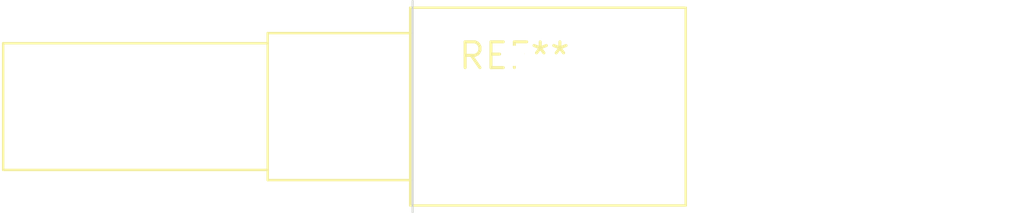
<source format=kicad_pcb>
(kicad_pcb (version 20240108) (generator pcbnew)
  (layers (0 "F.Cu" signal) (31 "B.Cu" signal) (34 "B.Paste" user) (35 "F.Paste" user) (36 "B.SilkS" user "B.Silkscreen") (37 "F.SilkS" user "F.Silkscreen") (38 "B.Mask" user) (39 "F.Mask" user) (44 "Edge.Cuts" user))
  (net 0 "")
  (footprint "Potentiometer_Alps_RK097_Single_Horizontal_Switch" (layer "F.Cu") (at 0 0)
    (property "Reference" "REF**")
    (property "Value" "Potentiometer_Alps_RK097_Single_Horizontal_Switch")
    (fp_line (start -25.12 5.62) (end -25.12 -0.62) (layer "F.SilkS") (stroke (width 0.12)))
    (fp_line (start -12.12 -0.62) (end -25.12 -0.62) (layer "F.SilkS") (stroke (width 0.12)))
    (fp_line (start -12.12 5.62) (end -25.12 5.62) (layer "F.SilkS") (stroke (width 0.12)))
    (fp_line (start -12.12 6.12) (end -12.12 -1.12) (layer "F.SilkS") (stroke (width 0.12)))
    (fp_line (start -5.12 -1.12) (end -12.12 -1.12) (layer "F.SilkS") (stroke (width 0.12)))
    (fp_line (start -5.12 6.12) (end -12.12 6.12) (layer "F.SilkS") (stroke (width 0.12)))
    (fp_line (start -5.12 7.37) (end -5.12 -2.37) (layer "F.SilkS") (stroke (width 0.12)))
    (fp_line (start 8.42 -2.37) (end -5.12 -2.37) (layer "F.SilkS") (stroke (width 0.12)))
    (fp_line (start 8.42 7.37) (end -5.12 7.37) (layer "F.SilkS") (stroke (width 0.12)))
    (fp_line (start 8.42 7.37) (end 8.42 -2.37) (layer "F.SilkS") (stroke (width 0.12)))
    (fp_line (start -5 -2.7) (end -5 7.7) (layer "Edge.Cuts") (stroke (width 0.1)))
    (pad "1" thru_hole roundrect (at 0 0 180) (size 1.8 1.8) (drill 1) (layers *.Cu *.Mask) (remove_unused_layers))
    (pad "2" thru_hole circle (at 0 2.5 180) (size 1.8 1.8) (drill 1) (layers *.Cu *.Mask) (remove_unused_layers))
    (pad "3" thru_hole circle (at 0 5 180) (size 1.8 1.8) (drill 1) (layers *.Cu *.Mask) (remove_unused_layers))
    (pad "4" thru_hole circle (at 6.25 0 180) (size 1.8 1.8) (drill 1) (layers *.Cu *.Mask) (remove_unused_layers))
    (pad "5" thru_hole circle (at 6.25 5 180) (size 1.8 1.8) (drill 1) (layers *.Cu *.Mask) (remove_unused_layers))
  )
)
</source>
